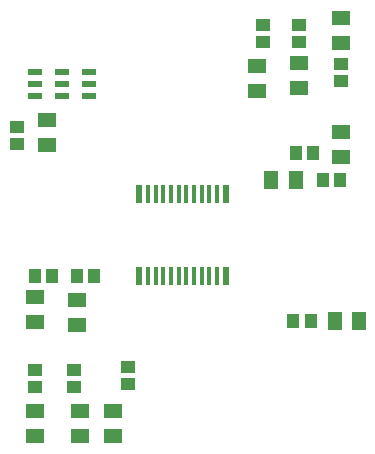
<source format=gbr>
%FSTAX23Y23*%
%MOMM*%
%SFA1B1*%

%IPPOS*%
%ADD19R,0.599999X1.599997*%
%ADD20R,0.399999X1.599997*%
%ADD21R,1.199998X1.499997*%
%ADD22R,1.049998X1.299997*%
%ADD23R,1.499997X1.199998*%
%ADD24R,1.299997X1.049998*%
%ADD25R,1.269997X0.634999*%
%LNflightstick_buttonpanelv3r_paste_bot-1*%
%LPD*%
G54D19*
X03751Y06355D03*
X-03598D03*
Y13355D03*
X03751D03*
G54D20*
X03001Y06355D03*
X02351D03*
X01701D03*
X01051D03*
X00401D03*
X-00248D03*
X-00898D03*
X-01548D03*
X-02198D03*
X-02848D03*
Y13355D03*
X-02198D03*
X-01548D03*
X-00898D03*
X-00248D03*
X00401D03*
X01051D03*
X01701D03*
X02351D03*
X03001D03*
G54D21*
X07585Y14478D03*
X09685D03*
X12954Y0254D03*
X15053D03*
G54D22*
X09688Y16764D03*
X11138D03*
X13424Y14478D03*
X11974D03*
X09471Y0254D03*
X10922D03*
X-10995Y0635D03*
X-12446D03*
X-07439D03*
X-0889D03*
G54D23*
X13462Y18575D03*
Y16475D03*
Y28227D03*
Y26127D03*
X-1143Y17491D03*
Y19591D03*
X09906Y24417D03*
Y22317D03*
X0635Y24163D03*
Y22063D03*
X-12446Y-0508D03*
Y-07179D03*
Y04572D03*
Y02471D03*
X-08636Y-0508D03*
Y-07179D03*
X-0889Y04351D03*
Y02251D03*
X-05842Y-0508D03*
Y-07179D03*
G54D24*
X13462Y24346D03*
Y22896D03*
X09906Y26162D03*
Y27611D03*
X06858Y26198D03*
Y27648D03*
X-1397Y19012D03*
Y17562D03*
X-12446Y-01597D03*
Y-03048D03*
X-09144Y-0156D03*
Y-0301D03*
X-04572Y-01306D03*
Y-02756D03*
G54D25*
X-07874Y2159D03*
Y22606D03*
Y23622D03*
X-1016Y2159D03*
Y22606D03*
Y23622D03*
X-12446Y2159D03*
Y22606D03*
Y23622D03*
M02*
</source>
